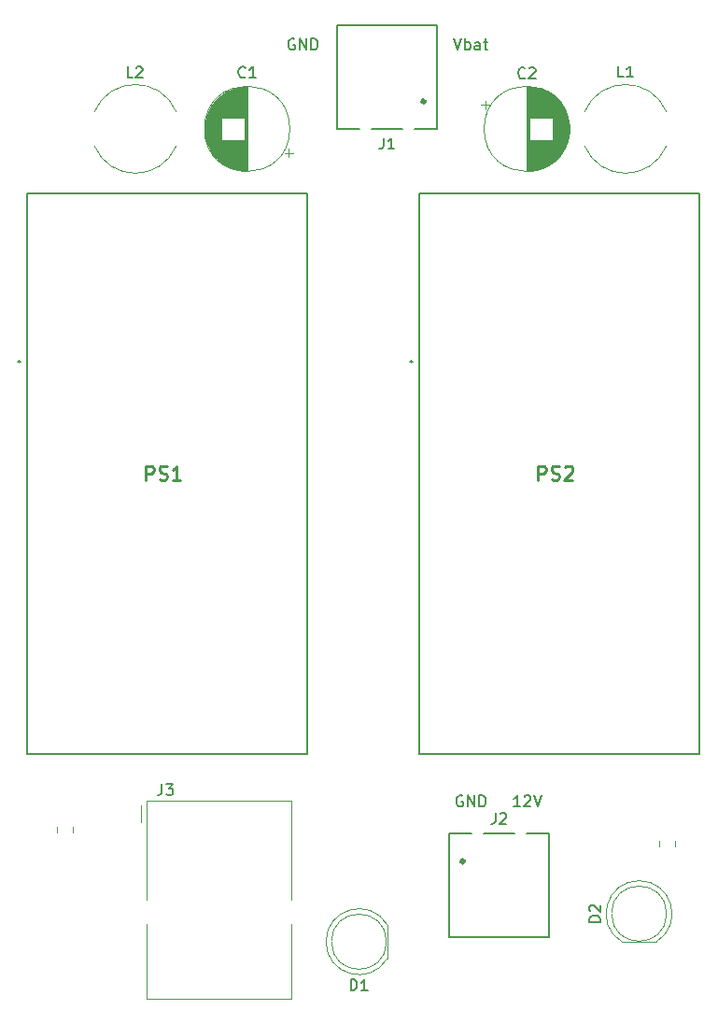
<source format=gbr>
%TF.GenerationSoftware,KiCad,Pcbnew,6.0.2+dfsg-1*%
%TF.CreationDate,2022-06-29T22:04:32+02:00*%
%TF.ProjectId,ID_BAC_Carte_Alimentation,49445f42-4143-45f4-9361-7274655f416c,rev?*%
%TF.SameCoordinates,Original*%
%TF.FileFunction,Legend,Top*%
%TF.FilePolarity,Positive*%
%FSLAX46Y46*%
G04 Gerber Fmt 4.6, Leading zero omitted, Abs format (unit mm)*
G04 Created by KiCad (PCBNEW 6.0.2+dfsg-1) date 2022-06-29 22:04:32*
%MOMM*%
%LPD*%
G01*
G04 APERTURE LIST*
%ADD10C,0.150000*%
%ADD11C,0.254000*%
%ADD12C,0.120000*%
%ADD13C,0.200000*%
%ADD14C,0.100000*%
%ADD15C,0.400000*%
G04 APERTURE END LIST*
D10*
X146558095Y-97290000D02*
X146462857Y-97242380D01*
X146320000Y-97242380D01*
X146177142Y-97290000D01*
X146081904Y-97385238D01*
X146034285Y-97480476D01*
X145986666Y-97670952D01*
X145986666Y-97813809D01*
X146034285Y-98004285D01*
X146081904Y-98099523D01*
X146177142Y-98194761D01*
X146320000Y-98242380D01*
X146415238Y-98242380D01*
X146558095Y-98194761D01*
X146605714Y-98147142D01*
X146605714Y-97813809D01*
X146415238Y-97813809D01*
X147034285Y-98242380D02*
X147034285Y-97242380D01*
X147605714Y-98242380D01*
X147605714Y-97242380D01*
X148081904Y-98242380D02*
X148081904Y-97242380D01*
X148320000Y-97242380D01*
X148462857Y-97290000D01*
X148558095Y-97385238D01*
X148605714Y-97480476D01*
X148653333Y-97670952D01*
X148653333Y-97813809D01*
X148605714Y-98004285D01*
X148558095Y-98099523D01*
X148462857Y-98194761D01*
X148320000Y-98242380D01*
X148081904Y-98242380D01*
X151780952Y-98242380D02*
X151209523Y-98242380D01*
X151495238Y-98242380D02*
X151495238Y-97242380D01*
X151400000Y-97385238D01*
X151304761Y-97480476D01*
X151209523Y-97528095D01*
X152161904Y-97337619D02*
X152209523Y-97290000D01*
X152304761Y-97242380D01*
X152542857Y-97242380D01*
X152638095Y-97290000D01*
X152685714Y-97337619D01*
X152733333Y-97432857D01*
X152733333Y-97528095D01*
X152685714Y-97670952D01*
X152114285Y-98242380D01*
X152733333Y-98242380D01*
X153019047Y-97242380D02*
X153352380Y-98242380D01*
X153685714Y-97242380D01*
X131318095Y-28710000D02*
X131222857Y-28662380D01*
X131080000Y-28662380D01*
X130937142Y-28710000D01*
X130841904Y-28805238D01*
X130794285Y-28900476D01*
X130746666Y-29090952D01*
X130746666Y-29233809D01*
X130794285Y-29424285D01*
X130841904Y-29519523D01*
X130937142Y-29614761D01*
X131080000Y-29662380D01*
X131175238Y-29662380D01*
X131318095Y-29614761D01*
X131365714Y-29567142D01*
X131365714Y-29233809D01*
X131175238Y-29233809D01*
X131794285Y-29662380D02*
X131794285Y-28662380D01*
X132365714Y-29662380D01*
X132365714Y-28662380D01*
X132841904Y-29662380D02*
X132841904Y-28662380D01*
X133080000Y-28662380D01*
X133222857Y-28710000D01*
X133318095Y-28805238D01*
X133365714Y-28900476D01*
X133413333Y-29090952D01*
X133413333Y-29233809D01*
X133365714Y-29424285D01*
X133318095Y-29519523D01*
X133222857Y-29614761D01*
X133080000Y-29662380D01*
X132841904Y-29662380D01*
X145796190Y-28662380D02*
X146129523Y-29662380D01*
X146462857Y-28662380D01*
X146796190Y-29662380D02*
X146796190Y-28662380D01*
X146796190Y-29043333D02*
X146891428Y-28995714D01*
X147081904Y-28995714D01*
X147177142Y-29043333D01*
X147224761Y-29090952D01*
X147272380Y-29186190D01*
X147272380Y-29471904D01*
X147224761Y-29567142D01*
X147177142Y-29614761D01*
X147081904Y-29662380D01*
X146891428Y-29662380D01*
X146796190Y-29614761D01*
X148129523Y-29662380D02*
X148129523Y-29138571D01*
X148081904Y-29043333D01*
X147986666Y-28995714D01*
X147796190Y-28995714D01*
X147700952Y-29043333D01*
X148129523Y-29614761D02*
X148034285Y-29662380D01*
X147796190Y-29662380D01*
X147700952Y-29614761D01*
X147653333Y-29519523D01*
X147653333Y-29424285D01*
X147700952Y-29329047D01*
X147796190Y-29281428D01*
X148034285Y-29281428D01*
X148129523Y-29233809D01*
X148462857Y-28995714D02*
X148843809Y-28995714D01*
X148605714Y-28662380D02*
X148605714Y-29519523D01*
X148653333Y-29614761D01*
X148748571Y-29662380D01*
X148843809Y-29662380D01*
%TO.C,D2*%
X159052380Y-108688095D02*
X158052380Y-108688095D01*
X158052380Y-108450000D01*
X158100000Y-108307142D01*
X158195238Y-108211904D01*
X158290476Y-108164285D01*
X158480952Y-108116666D01*
X158623809Y-108116666D01*
X158814285Y-108164285D01*
X158909523Y-108211904D01*
X159004761Y-108307142D01*
X159052380Y-108450000D01*
X159052380Y-108688095D01*
X158147619Y-107735714D02*
X158100000Y-107688095D01*
X158052380Y-107592857D01*
X158052380Y-107354761D01*
X158100000Y-107259523D01*
X158147619Y-107211904D01*
X158242857Y-107164285D01*
X158338095Y-107164285D01*
X158480952Y-107211904D01*
X159052380Y-107783333D01*
X159052380Y-107164285D01*
%TO.C,D1*%
X136421904Y-114902380D02*
X136421904Y-113902380D01*
X136660000Y-113902380D01*
X136802857Y-113950000D01*
X136898095Y-114045238D01*
X136945714Y-114140476D01*
X136993333Y-114330952D01*
X136993333Y-114473809D01*
X136945714Y-114664285D01*
X136898095Y-114759523D01*
X136802857Y-114854761D01*
X136660000Y-114902380D01*
X136421904Y-114902380D01*
X137945714Y-114902380D02*
X137374285Y-114902380D01*
X137660000Y-114902380D02*
X137660000Y-113902380D01*
X137564761Y-114045238D01*
X137469523Y-114140476D01*
X137374285Y-114188095D01*
%TO.C,L2*%
X116673333Y-32202380D02*
X116197142Y-32202380D01*
X116197142Y-31202380D01*
X116959047Y-31297619D02*
X117006666Y-31250000D01*
X117101904Y-31202380D01*
X117340000Y-31202380D01*
X117435238Y-31250000D01*
X117482857Y-31297619D01*
X117530476Y-31392857D01*
X117530476Y-31488095D01*
X117482857Y-31630952D01*
X116911428Y-32202380D01*
X117530476Y-32202380D01*
%TO.C,L1*%
X161163333Y-32132380D02*
X160687142Y-32132380D01*
X160687142Y-31132380D01*
X162020476Y-32132380D02*
X161449047Y-32132380D01*
X161734761Y-32132380D02*
X161734761Y-31132380D01*
X161639523Y-31275238D01*
X161544285Y-31370476D01*
X161449047Y-31418095D01*
%TO.C,C2*%
X152213333Y-32187142D02*
X152165714Y-32234761D01*
X152022857Y-32282380D01*
X151927619Y-32282380D01*
X151784761Y-32234761D01*
X151689523Y-32139523D01*
X151641904Y-32044285D01*
X151594285Y-31853809D01*
X151594285Y-31710952D01*
X151641904Y-31520476D01*
X151689523Y-31425238D01*
X151784761Y-31330000D01*
X151927619Y-31282380D01*
X152022857Y-31282380D01*
X152165714Y-31330000D01*
X152213333Y-31377619D01*
X152594285Y-31377619D02*
X152641904Y-31330000D01*
X152737142Y-31282380D01*
X152975238Y-31282380D01*
X153070476Y-31330000D01*
X153118095Y-31377619D01*
X153165714Y-31472857D01*
X153165714Y-31568095D01*
X153118095Y-31710952D01*
X152546666Y-32282380D01*
X153165714Y-32282380D01*
%TO.C,C1*%
X126853333Y-32107142D02*
X126805714Y-32154761D01*
X126662857Y-32202380D01*
X126567619Y-32202380D01*
X126424761Y-32154761D01*
X126329523Y-32059523D01*
X126281904Y-31964285D01*
X126234285Y-31773809D01*
X126234285Y-31630952D01*
X126281904Y-31440476D01*
X126329523Y-31345238D01*
X126424761Y-31250000D01*
X126567619Y-31202380D01*
X126662857Y-31202380D01*
X126805714Y-31250000D01*
X126853333Y-31297619D01*
X127805714Y-32202380D02*
X127234285Y-32202380D01*
X127520000Y-32202380D02*
X127520000Y-31202380D01*
X127424761Y-31345238D01*
X127329523Y-31440476D01*
X127234285Y-31488095D01*
D11*
%TO.C,PS2*%
X153397857Y-68654523D02*
X153397857Y-67384523D01*
X153881666Y-67384523D01*
X154002619Y-67445000D01*
X154063095Y-67505476D01*
X154123571Y-67626428D01*
X154123571Y-67807857D01*
X154063095Y-67928809D01*
X154002619Y-67989285D01*
X153881666Y-68049761D01*
X153397857Y-68049761D01*
X154607380Y-68594047D02*
X154788809Y-68654523D01*
X155091190Y-68654523D01*
X155212142Y-68594047D01*
X155272619Y-68533571D01*
X155333095Y-68412619D01*
X155333095Y-68291666D01*
X155272619Y-68170714D01*
X155212142Y-68110238D01*
X155091190Y-68049761D01*
X154849285Y-67989285D01*
X154728333Y-67928809D01*
X154667857Y-67868333D01*
X154607380Y-67747380D01*
X154607380Y-67626428D01*
X154667857Y-67505476D01*
X154728333Y-67445000D01*
X154849285Y-67384523D01*
X155151666Y-67384523D01*
X155333095Y-67445000D01*
X155816904Y-67505476D02*
X155877380Y-67445000D01*
X155998333Y-67384523D01*
X156300714Y-67384523D01*
X156421666Y-67445000D01*
X156482142Y-67505476D01*
X156542619Y-67626428D01*
X156542619Y-67747380D01*
X156482142Y-67928809D01*
X155756428Y-68654523D01*
X156542619Y-68654523D01*
%TO.C,PS1*%
X117837857Y-68654523D02*
X117837857Y-67384523D01*
X118321666Y-67384523D01*
X118442619Y-67445000D01*
X118503095Y-67505476D01*
X118563571Y-67626428D01*
X118563571Y-67807857D01*
X118503095Y-67928809D01*
X118442619Y-67989285D01*
X118321666Y-68049761D01*
X117837857Y-68049761D01*
X119047380Y-68594047D02*
X119228809Y-68654523D01*
X119531190Y-68654523D01*
X119652142Y-68594047D01*
X119712619Y-68533571D01*
X119773095Y-68412619D01*
X119773095Y-68291666D01*
X119712619Y-68170714D01*
X119652142Y-68110238D01*
X119531190Y-68049761D01*
X119289285Y-67989285D01*
X119168333Y-67928809D01*
X119107857Y-67868333D01*
X119047380Y-67747380D01*
X119047380Y-67626428D01*
X119107857Y-67505476D01*
X119168333Y-67445000D01*
X119289285Y-67384523D01*
X119591666Y-67384523D01*
X119773095Y-67445000D01*
X120982619Y-68654523D02*
X120256904Y-68654523D01*
X120619761Y-68654523D02*
X120619761Y-67384523D01*
X120498809Y-67565952D01*
X120377857Y-67686904D01*
X120256904Y-67747380D01*
D10*
%TO.C,J3*%
X119286666Y-96202380D02*
X119286666Y-96916666D01*
X119239047Y-97059523D01*
X119143809Y-97154761D01*
X119000952Y-97202380D01*
X118905714Y-97202380D01*
X119667619Y-96202380D02*
X120286666Y-96202380D01*
X119953333Y-96583333D01*
X120096190Y-96583333D01*
X120191428Y-96630952D01*
X120239047Y-96678571D01*
X120286666Y-96773809D01*
X120286666Y-97011904D01*
X120239047Y-97107142D01*
X120191428Y-97154761D01*
X120096190Y-97202380D01*
X119810476Y-97202380D01*
X119715238Y-97154761D01*
X119667619Y-97107142D01*
%TO.C,J2*%
X149526666Y-98827380D02*
X149526666Y-99541666D01*
X149479047Y-99684523D01*
X149383809Y-99779761D01*
X149240952Y-99827380D01*
X149145714Y-99827380D01*
X149955238Y-98922619D02*
X150002857Y-98875000D01*
X150098095Y-98827380D01*
X150336190Y-98827380D01*
X150431428Y-98875000D01*
X150479047Y-98922619D01*
X150526666Y-99017857D01*
X150526666Y-99113095D01*
X150479047Y-99255952D01*
X149907619Y-99827380D01*
X150526666Y-99827380D01*
%TO.C,J1*%
X139366666Y-37647380D02*
X139366666Y-38361666D01*
X139319047Y-38504523D01*
X139223809Y-38599761D01*
X139080952Y-38647380D01*
X138985714Y-38647380D01*
X140366666Y-38647380D02*
X139795238Y-38647380D01*
X140080952Y-38647380D02*
X140080952Y-37647380D01*
X139985714Y-37790238D01*
X139890476Y-37885476D01*
X139795238Y-37933095D01*
D12*
%TO.C,R1*%
X109755000Y-100557064D02*
X109755000Y-100102936D01*
X111225000Y-100557064D02*
X111225000Y-100102936D01*
%TO.C,R3*%
X165835000Y-101372936D02*
X165835000Y-101827064D01*
X164365000Y-101372936D02*
X164365000Y-101827064D01*
%TO.C,D2*%
X161015000Y-110510000D02*
X164105000Y-110510000D01*
X164104830Y-110510000D02*
G75*
G03*
X162559538Y-104960000I-1544830J2560000D01*
G01*
X162560462Y-104960000D02*
G75*
G03*
X161015170Y-110510000I-462J-2990000D01*
G01*
X165060000Y-107950000D02*
G75*
G03*
X165060000Y-107950000I-2500000J0D01*
G01*
%TO.C,D1*%
X139720000Y-112035000D02*
X139720000Y-108945000D01*
X139720000Y-108945170D02*
G75*
G03*
X134170000Y-110490462I-2560000J-1544830D01*
G01*
X134170000Y-110489538D02*
G75*
G03*
X139720000Y-112034830I2990000J-462D01*
G01*
X139660000Y-110490000D02*
G75*
G03*
X139660000Y-110490000I-2500000J0D01*
G01*
%TO.C,L2*%
X113175030Y-38390000D02*
G75*
G03*
X120584970Y-38390000I3704970J1560001D01*
G01*
X120584970Y-35270000D02*
G75*
G03*
X113175030Y-35270000I-3704970J-1560001D01*
G01*
%TO.C,L1*%
X165034970Y-35270000D02*
G75*
G03*
X157625030Y-35270000I-3704970J-1560001D01*
G01*
X157625030Y-38390000D02*
G75*
G03*
X165034970Y-38390000I3704970J1560001D01*
G01*
%TO.C,C2*%
X154061000Y-33383000D02*
X154061000Y-35790000D01*
X153501000Y-33165000D02*
X153501000Y-35790000D01*
X153581000Y-33190000D02*
X153581000Y-35790000D01*
X155941000Y-35352000D02*
X155941000Y-38308000D01*
X153781000Y-37870000D02*
X153781000Y-40398000D01*
X154261000Y-37870000D02*
X154261000Y-40173000D01*
X154781000Y-33834000D02*
X154781000Y-39826000D01*
X153741000Y-33246000D02*
X153741000Y-35790000D01*
X153901000Y-33310000D02*
X153901000Y-35790000D01*
X154261000Y-33487000D02*
X154261000Y-35790000D01*
X152820000Y-37870000D02*
X152820000Y-40635000D01*
X155301000Y-34330000D02*
X155301000Y-39330000D01*
X154021000Y-33364000D02*
X154021000Y-35790000D01*
X153861000Y-33294000D02*
X153861000Y-35790000D01*
X154141000Y-33423000D02*
X154141000Y-35790000D01*
X154501000Y-33632000D02*
X154501000Y-35790000D01*
X148612789Y-34280000D02*
X148612789Y-35030000D01*
X154901000Y-33932000D02*
X154901000Y-39728000D01*
X152820000Y-33025000D02*
X152820000Y-35790000D01*
X154181000Y-33444000D02*
X154181000Y-35790000D01*
X156061000Y-35672000D02*
X156061000Y-37988000D01*
X154301000Y-33509000D02*
X154301000Y-35790000D01*
X155221000Y-34241000D02*
X155221000Y-39419000D01*
X152780000Y-33020000D02*
X152780000Y-35790000D01*
X154301000Y-37870000D02*
X154301000Y-40151000D01*
X153421000Y-37870000D02*
X153421000Y-40518000D01*
X152860000Y-33029000D02*
X152860000Y-35790000D01*
X153020000Y-33053000D02*
X153020000Y-35790000D01*
X155421000Y-34475000D02*
X155421000Y-39185000D01*
X154581000Y-33686000D02*
X154581000Y-35790000D01*
X153621000Y-37870000D02*
X153621000Y-40456000D01*
X154221000Y-33465000D02*
X154221000Y-35790000D01*
X153581000Y-37870000D02*
X153581000Y-40470000D01*
X154101000Y-37870000D02*
X154101000Y-40257000D01*
X153661000Y-33217000D02*
X153661000Y-35790000D01*
X155661000Y-34816000D02*
X155661000Y-38844000D01*
X154541000Y-37870000D02*
X154541000Y-40002000D01*
X154421000Y-33581000D02*
X154421000Y-35790000D01*
X152380000Y-33000000D02*
X152380000Y-40660000D01*
X154941000Y-33967000D02*
X154941000Y-39693000D01*
X153781000Y-33262000D02*
X153781000Y-35790000D01*
X152940000Y-33040000D02*
X152940000Y-35790000D01*
X152740000Y-33016000D02*
X152740000Y-35790000D01*
X153181000Y-37870000D02*
X153181000Y-40577000D01*
X155621000Y-34753000D02*
X155621000Y-38907000D01*
X152620000Y-37870000D02*
X152620000Y-40653000D01*
X155141000Y-34157000D02*
X155141000Y-39503000D01*
X153701000Y-33232000D02*
X153701000Y-35790000D01*
X152500000Y-33001000D02*
X152500000Y-40659000D01*
X153461000Y-33153000D02*
X153461000Y-35790000D01*
X154221000Y-37870000D02*
X154221000Y-40195000D01*
X154661000Y-37870000D02*
X154661000Y-39918000D01*
X153981000Y-37870000D02*
X153981000Y-40314000D01*
X153741000Y-37870000D02*
X153741000Y-40414000D01*
X154021000Y-37870000D02*
X154021000Y-40296000D01*
X154621000Y-37870000D02*
X154621000Y-39946000D01*
X155341000Y-34376000D02*
X155341000Y-39284000D01*
X155381000Y-34425000D02*
X155381000Y-39235000D01*
X153981000Y-33346000D02*
X153981000Y-35790000D01*
X153141000Y-33075000D02*
X153141000Y-35790000D01*
X152660000Y-33010000D02*
X152660000Y-35790000D01*
X154341000Y-33533000D02*
X154341000Y-35790000D01*
X152540000Y-33003000D02*
X152540000Y-40657000D01*
X154341000Y-37870000D02*
X154341000Y-40127000D01*
X155821000Y-35097000D02*
X155821000Y-38563000D01*
X153341000Y-33120000D02*
X153341000Y-35790000D01*
X154181000Y-37870000D02*
X154181000Y-40216000D01*
X153101000Y-33067000D02*
X153101000Y-35790000D01*
X152660000Y-37870000D02*
X152660000Y-40650000D01*
X153141000Y-37870000D02*
X153141000Y-40585000D01*
X154581000Y-37870000D02*
X154581000Y-39974000D01*
X155781000Y-35021000D02*
X155781000Y-38639000D01*
X155901000Y-35261000D02*
X155901000Y-38399000D01*
X154061000Y-37870000D02*
X154061000Y-40277000D01*
X154501000Y-37870000D02*
X154501000Y-40028000D01*
X152860000Y-37870000D02*
X152860000Y-40631000D01*
X154741000Y-33802000D02*
X154741000Y-39858000D01*
X152780000Y-37870000D02*
X152780000Y-40640000D01*
X154821000Y-33866000D02*
X154821000Y-39794000D01*
X153421000Y-33142000D02*
X153421000Y-35790000D01*
X154381000Y-33556000D02*
X154381000Y-35790000D01*
X153861000Y-37870000D02*
X153861000Y-40366000D01*
X155261000Y-34284000D02*
X155261000Y-39376000D01*
X153301000Y-37870000D02*
X153301000Y-40550000D01*
X153261000Y-33101000D02*
X153261000Y-35790000D01*
X153541000Y-37870000D02*
X153541000Y-40483000D01*
X154461000Y-37870000D02*
X154461000Y-40054000D01*
X153381000Y-37870000D02*
X153381000Y-40529000D01*
X153821000Y-33277000D02*
X153821000Y-35790000D01*
X152620000Y-33007000D02*
X152620000Y-35790000D01*
X153541000Y-33177000D02*
X153541000Y-35790000D01*
X153901000Y-37870000D02*
X153901000Y-40350000D01*
X154861000Y-33899000D02*
X154861000Y-39761000D01*
X153060000Y-33060000D02*
X153060000Y-35790000D01*
X153060000Y-37870000D02*
X153060000Y-40600000D01*
X153301000Y-33110000D02*
X153301000Y-35790000D01*
X153621000Y-33204000D02*
X153621000Y-35790000D01*
X155101000Y-34117000D02*
X155101000Y-39543000D01*
X152900000Y-37870000D02*
X152900000Y-40625000D01*
X148237789Y-34655000D02*
X148987789Y-34655000D01*
X153941000Y-33328000D02*
X153941000Y-35790000D01*
X154541000Y-33658000D02*
X154541000Y-35790000D01*
X155461000Y-34526000D02*
X155461000Y-39134000D01*
X152940000Y-37870000D02*
X152940000Y-40620000D01*
X153821000Y-37870000D02*
X153821000Y-40383000D01*
X154461000Y-33606000D02*
X154461000Y-35790000D01*
X156141000Y-35953000D02*
X156141000Y-37707000D01*
X152460000Y-33000000D02*
X152460000Y-40660000D01*
X152980000Y-37870000D02*
X152980000Y-40614000D01*
X154701000Y-33772000D02*
X154701000Y-39888000D01*
X155981000Y-35449000D02*
X155981000Y-38211000D01*
X155861000Y-35176000D02*
X155861000Y-38484000D01*
X152900000Y-33035000D02*
X152900000Y-35790000D01*
X152420000Y-33000000D02*
X152420000Y-40660000D01*
X154621000Y-33714000D02*
X154621000Y-35790000D01*
X156221000Y-36389000D02*
X156221000Y-37271000D01*
X155581000Y-34693000D02*
X155581000Y-38967000D01*
X154421000Y-37870000D02*
X154421000Y-40079000D01*
X153501000Y-37870000D02*
X153501000Y-40495000D01*
X153661000Y-37870000D02*
X153661000Y-40443000D01*
X154381000Y-37870000D02*
X154381000Y-40104000D01*
X153261000Y-37870000D02*
X153261000Y-40559000D01*
X153181000Y-33083000D02*
X153181000Y-35790000D01*
X154101000Y-33403000D02*
X154101000Y-35790000D01*
X153461000Y-37870000D02*
X153461000Y-40507000D01*
X153020000Y-37870000D02*
X153020000Y-40607000D01*
X154981000Y-34003000D02*
X154981000Y-39657000D01*
X153221000Y-37870000D02*
X153221000Y-40568000D01*
X155701000Y-34881000D02*
X155701000Y-38779000D01*
X152980000Y-33046000D02*
X152980000Y-35790000D01*
X152700000Y-33013000D02*
X152700000Y-35790000D01*
X152580000Y-33005000D02*
X152580000Y-40655000D01*
X153941000Y-37870000D02*
X153941000Y-40332000D01*
X156101000Y-35802000D02*
X156101000Y-37858000D01*
X155061000Y-34078000D02*
X155061000Y-39582000D01*
X152700000Y-37870000D02*
X152700000Y-40647000D01*
X153101000Y-37870000D02*
X153101000Y-40593000D01*
X153221000Y-33092000D02*
X153221000Y-35790000D01*
X154661000Y-33742000D02*
X154661000Y-35790000D01*
X155501000Y-34580000D02*
X155501000Y-39080000D01*
X153701000Y-37870000D02*
X153701000Y-40428000D01*
X153341000Y-37870000D02*
X153341000Y-40540000D01*
X155741000Y-34949000D02*
X155741000Y-38711000D01*
X156021000Y-35555000D02*
X156021000Y-38105000D01*
X153381000Y-33131000D02*
X153381000Y-35790000D01*
X152740000Y-37870000D02*
X152740000Y-40644000D01*
X155021000Y-34040000D02*
X155021000Y-39620000D01*
X155541000Y-34635000D02*
X155541000Y-39025000D01*
X155181000Y-34198000D02*
X155181000Y-39462000D01*
X156181000Y-36137000D02*
X156181000Y-37523000D01*
X154141000Y-37870000D02*
X154141000Y-40237000D01*
X156250000Y-36830000D02*
G75*
G03*
X156250000Y-36830000I-3870000J0D01*
G01*
%TO.C,C1*%
X125339000Y-40277000D02*
X125339000Y-37870000D01*
X125899000Y-40495000D02*
X125899000Y-37870000D01*
X125819000Y-40470000D02*
X125819000Y-37870000D01*
X123459000Y-38308000D02*
X123459000Y-35352000D01*
X125619000Y-35790000D02*
X125619000Y-33262000D01*
X125139000Y-35790000D02*
X125139000Y-33487000D01*
X124619000Y-39826000D02*
X124619000Y-33834000D01*
X125659000Y-40414000D02*
X125659000Y-37870000D01*
X125499000Y-40350000D02*
X125499000Y-37870000D01*
X125139000Y-40173000D02*
X125139000Y-37870000D01*
X126580000Y-35790000D02*
X126580000Y-33025000D01*
X124099000Y-39330000D02*
X124099000Y-34330000D01*
X125379000Y-40296000D02*
X125379000Y-37870000D01*
X125539000Y-40366000D02*
X125539000Y-37870000D01*
X125259000Y-40237000D02*
X125259000Y-37870000D01*
X124899000Y-40028000D02*
X124899000Y-37870000D01*
X130787211Y-39380000D02*
X130787211Y-38630000D01*
X124499000Y-39728000D02*
X124499000Y-33932000D01*
X126580000Y-40635000D02*
X126580000Y-37870000D01*
X125219000Y-40216000D02*
X125219000Y-37870000D01*
X123339000Y-37988000D02*
X123339000Y-35672000D01*
X125099000Y-40151000D02*
X125099000Y-37870000D01*
X124179000Y-39419000D02*
X124179000Y-34241000D01*
X126620000Y-40640000D02*
X126620000Y-37870000D01*
X125099000Y-35790000D02*
X125099000Y-33509000D01*
X125979000Y-35790000D02*
X125979000Y-33142000D01*
X126540000Y-40631000D02*
X126540000Y-37870000D01*
X126380000Y-40607000D02*
X126380000Y-37870000D01*
X123979000Y-39185000D02*
X123979000Y-34475000D01*
X124819000Y-39974000D02*
X124819000Y-37870000D01*
X125779000Y-35790000D02*
X125779000Y-33204000D01*
X125179000Y-40195000D02*
X125179000Y-37870000D01*
X125819000Y-35790000D02*
X125819000Y-33190000D01*
X125299000Y-35790000D02*
X125299000Y-33403000D01*
X125739000Y-40443000D02*
X125739000Y-37870000D01*
X123739000Y-38844000D02*
X123739000Y-34816000D01*
X124859000Y-35790000D02*
X124859000Y-33658000D01*
X124979000Y-40079000D02*
X124979000Y-37870000D01*
X127020000Y-40660000D02*
X127020000Y-33000000D01*
X124459000Y-39693000D02*
X124459000Y-33967000D01*
X125619000Y-40398000D02*
X125619000Y-37870000D01*
X126460000Y-40620000D02*
X126460000Y-37870000D01*
X126660000Y-40644000D02*
X126660000Y-37870000D01*
X126219000Y-35790000D02*
X126219000Y-33083000D01*
X123779000Y-38907000D02*
X123779000Y-34753000D01*
X126780000Y-35790000D02*
X126780000Y-33007000D01*
X124259000Y-39503000D02*
X124259000Y-34157000D01*
X125699000Y-40428000D02*
X125699000Y-37870000D01*
X126900000Y-40659000D02*
X126900000Y-33001000D01*
X125939000Y-40507000D02*
X125939000Y-37870000D01*
X125179000Y-35790000D02*
X125179000Y-33465000D01*
X124739000Y-35790000D02*
X124739000Y-33742000D01*
X125419000Y-35790000D02*
X125419000Y-33346000D01*
X125659000Y-35790000D02*
X125659000Y-33246000D01*
X125379000Y-35790000D02*
X125379000Y-33364000D01*
X124779000Y-35790000D02*
X124779000Y-33714000D01*
X124059000Y-39284000D02*
X124059000Y-34376000D01*
X124019000Y-39235000D02*
X124019000Y-34425000D01*
X125419000Y-40314000D02*
X125419000Y-37870000D01*
X126259000Y-40585000D02*
X126259000Y-37870000D01*
X126740000Y-40650000D02*
X126740000Y-37870000D01*
X125059000Y-40127000D02*
X125059000Y-37870000D01*
X126860000Y-40657000D02*
X126860000Y-33003000D01*
X125059000Y-35790000D02*
X125059000Y-33533000D01*
X123579000Y-38563000D02*
X123579000Y-35097000D01*
X126059000Y-40540000D02*
X126059000Y-37870000D01*
X125219000Y-35790000D02*
X125219000Y-33444000D01*
X126299000Y-40593000D02*
X126299000Y-37870000D01*
X126740000Y-35790000D02*
X126740000Y-33010000D01*
X126259000Y-35790000D02*
X126259000Y-33075000D01*
X124819000Y-35790000D02*
X124819000Y-33686000D01*
X123619000Y-38639000D02*
X123619000Y-35021000D01*
X123499000Y-38399000D02*
X123499000Y-35261000D01*
X125339000Y-35790000D02*
X125339000Y-33383000D01*
X124899000Y-35790000D02*
X124899000Y-33632000D01*
X126540000Y-35790000D02*
X126540000Y-33029000D01*
X124659000Y-39858000D02*
X124659000Y-33802000D01*
X126620000Y-35790000D02*
X126620000Y-33020000D01*
X124579000Y-39794000D02*
X124579000Y-33866000D01*
X125979000Y-40518000D02*
X125979000Y-37870000D01*
X125019000Y-40104000D02*
X125019000Y-37870000D01*
X125539000Y-35790000D02*
X125539000Y-33294000D01*
X124139000Y-39376000D02*
X124139000Y-34284000D01*
X126099000Y-35790000D02*
X126099000Y-33110000D01*
X126139000Y-40559000D02*
X126139000Y-37870000D01*
X125859000Y-35790000D02*
X125859000Y-33177000D01*
X124939000Y-35790000D02*
X124939000Y-33606000D01*
X126019000Y-35790000D02*
X126019000Y-33131000D01*
X125579000Y-40383000D02*
X125579000Y-37870000D01*
X126780000Y-40653000D02*
X126780000Y-37870000D01*
X125859000Y-40483000D02*
X125859000Y-37870000D01*
X125499000Y-35790000D02*
X125499000Y-33310000D01*
X124539000Y-39761000D02*
X124539000Y-33899000D01*
X126340000Y-40600000D02*
X126340000Y-37870000D01*
X126340000Y-35790000D02*
X126340000Y-33060000D01*
X126099000Y-40550000D02*
X126099000Y-37870000D01*
X125779000Y-40456000D02*
X125779000Y-37870000D01*
X124299000Y-39543000D02*
X124299000Y-34117000D01*
X126500000Y-35790000D02*
X126500000Y-33035000D01*
X131162211Y-39005000D02*
X130412211Y-39005000D01*
X125459000Y-40332000D02*
X125459000Y-37870000D01*
X124859000Y-40002000D02*
X124859000Y-37870000D01*
X123939000Y-39134000D02*
X123939000Y-34526000D01*
X126460000Y-35790000D02*
X126460000Y-33040000D01*
X125579000Y-35790000D02*
X125579000Y-33277000D01*
X124939000Y-40054000D02*
X124939000Y-37870000D01*
X123259000Y-37707000D02*
X123259000Y-35953000D01*
X126940000Y-40660000D02*
X126940000Y-33000000D01*
X126420000Y-35790000D02*
X126420000Y-33046000D01*
X124699000Y-39888000D02*
X124699000Y-33772000D01*
X123419000Y-38211000D02*
X123419000Y-35449000D01*
X123539000Y-38484000D02*
X123539000Y-35176000D01*
X126500000Y-40625000D02*
X126500000Y-37870000D01*
X126980000Y-40660000D02*
X126980000Y-33000000D01*
X124779000Y-39946000D02*
X124779000Y-37870000D01*
X123179000Y-37271000D02*
X123179000Y-36389000D01*
X123819000Y-38967000D02*
X123819000Y-34693000D01*
X124979000Y-35790000D02*
X124979000Y-33581000D01*
X125899000Y-35790000D02*
X125899000Y-33165000D01*
X125739000Y-35790000D02*
X125739000Y-33217000D01*
X125019000Y-35790000D02*
X125019000Y-33556000D01*
X126139000Y-35790000D02*
X126139000Y-33101000D01*
X126219000Y-40577000D02*
X126219000Y-37870000D01*
X125299000Y-40257000D02*
X125299000Y-37870000D01*
X125939000Y-35790000D02*
X125939000Y-33153000D01*
X126380000Y-35790000D02*
X126380000Y-33053000D01*
X124419000Y-39657000D02*
X124419000Y-34003000D01*
X126179000Y-35790000D02*
X126179000Y-33092000D01*
X123699000Y-38779000D02*
X123699000Y-34881000D01*
X126420000Y-40614000D02*
X126420000Y-37870000D01*
X126700000Y-40647000D02*
X126700000Y-37870000D01*
X126820000Y-40655000D02*
X126820000Y-33005000D01*
X125459000Y-35790000D02*
X125459000Y-33328000D01*
X123299000Y-37858000D02*
X123299000Y-35802000D01*
X124339000Y-39582000D02*
X124339000Y-34078000D01*
X126700000Y-35790000D02*
X126700000Y-33013000D01*
X126299000Y-35790000D02*
X126299000Y-33067000D01*
X126179000Y-40568000D02*
X126179000Y-37870000D01*
X124739000Y-39918000D02*
X124739000Y-37870000D01*
X123899000Y-39080000D02*
X123899000Y-34580000D01*
X125699000Y-35790000D02*
X125699000Y-33232000D01*
X126059000Y-35790000D02*
X126059000Y-33120000D01*
X123659000Y-38711000D02*
X123659000Y-34949000D01*
X123379000Y-38105000D02*
X123379000Y-35555000D01*
X126019000Y-40529000D02*
X126019000Y-37870000D01*
X126660000Y-35790000D02*
X126660000Y-33016000D01*
X124379000Y-39620000D02*
X124379000Y-34040000D01*
X123859000Y-39025000D02*
X123859000Y-34635000D01*
X124219000Y-39462000D02*
X124219000Y-34198000D01*
X123219000Y-37523000D02*
X123219000Y-36137000D01*
X125259000Y-35790000D02*
X125259000Y-33423000D01*
X130890000Y-36830000D02*
G75*
G03*
X130890000Y-36830000I-3870000J0D01*
G01*
D13*
%TO.C,PS2*%
X168060000Y-93480000D02*
X142660000Y-93480000D01*
X142660000Y-42680000D02*
X168060000Y-42680000D01*
X141820000Y-57930000D02*
X141820000Y-57930000D01*
X142020000Y-57930000D02*
X142020000Y-57930000D01*
X142020000Y-57930000D02*
X142020000Y-57930000D01*
X168060000Y-42680000D02*
X168060000Y-93480000D01*
X142660000Y-93480000D02*
X142660000Y-42680000D01*
X142020000Y-57930000D02*
G75*
G03*
X141820000Y-57930000I-100000J0D01*
G01*
X141820000Y-57930000D02*
G75*
G03*
X142020000Y-57930000I100000J0D01*
G01*
X142020000Y-57930000D02*
G75*
G03*
X141820000Y-57930000I-100000J0D01*
G01*
%TO.C,PS1*%
X132500000Y-93480000D02*
X107100000Y-93480000D01*
X107100000Y-42680000D02*
X132500000Y-42680000D01*
X106260000Y-57930000D02*
X106260000Y-57930000D01*
X106460000Y-57930000D02*
X106460000Y-57930000D01*
X106460000Y-57930000D02*
X106460000Y-57930000D01*
X132500000Y-42680000D02*
X132500000Y-93480000D01*
X107100000Y-93480000D02*
X107100000Y-42680000D01*
X106460000Y-57930000D02*
G75*
G03*
X106260000Y-57930000I-100000J0D01*
G01*
X106260000Y-57930000D02*
G75*
G03*
X106460000Y-57930000I100000J0D01*
G01*
X106460000Y-57930000D02*
G75*
G03*
X106260000Y-57930000I-100000J0D01*
G01*
D12*
%TO.C,J3*%
X117860000Y-115680000D02*
X117860000Y-108900000D01*
D14*
X131060000Y-115670000D02*
X131060000Y-115680000D01*
D12*
X131060000Y-97680000D02*
X131060000Y-106700000D01*
D14*
X131060000Y-115560000D02*
X131060000Y-115680000D01*
D12*
X131060000Y-115680000D02*
X131060000Y-108900000D01*
X131060000Y-115680000D02*
X117860000Y-115680000D01*
X117390000Y-99680000D02*
X117390000Y-98150000D01*
D14*
X117860000Y-106630000D02*
X117860000Y-106700000D01*
D12*
X117860000Y-106700000D02*
X117860000Y-97680000D01*
X117860000Y-97680000D02*
X131060000Y-97680000D01*
D13*
%TO.C,J2*%
X154365000Y-100710000D02*
X154365000Y-110110000D01*
X152360000Y-100710000D02*
X154365000Y-100710000D01*
X145355000Y-100710000D02*
X147360000Y-100710000D01*
X154365000Y-110110000D02*
X145355000Y-110110000D01*
X145355000Y-110110000D02*
X145355000Y-100710000D01*
X148460000Y-100710000D02*
X151260000Y-100710000D01*
D15*
X146660000Y-103210000D02*
G75*
G03*
X146660000Y-103210000I-100000J0D01*
G01*
D13*
%TO.C,J1*%
X135195000Y-36860000D02*
X135195000Y-27460000D01*
X137200000Y-36860000D02*
X135195000Y-36860000D01*
X144205000Y-36860000D02*
X142200000Y-36860000D01*
X135195000Y-27460000D02*
X144205000Y-27460000D01*
X144205000Y-27460000D02*
X144205000Y-36860000D01*
X141100000Y-36860000D02*
X138300000Y-36860000D01*
D15*
X143100000Y-34360000D02*
G75*
G03*
X143100000Y-34360000I-100000J0D01*
G01*
%TD*%
M02*

</source>
